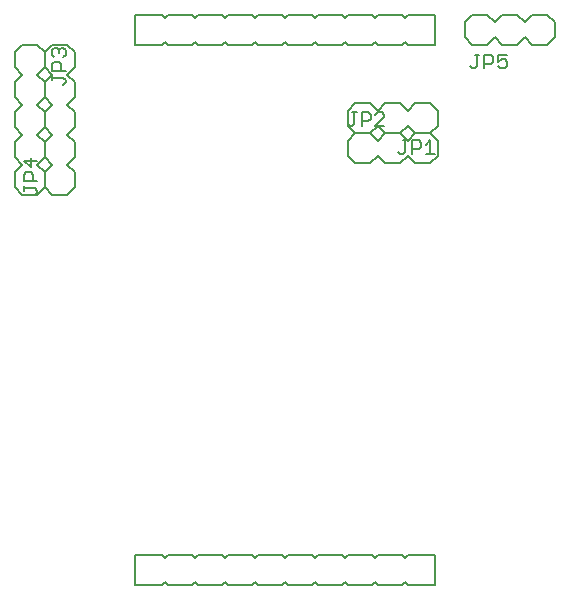
<source format=gto>
G75*
%MOIN*%
%OFA0B0*%
%FSLAX25Y25*%
%IPPOS*%
%LPD*%
%AMOC8*
5,1,8,0,0,1.08239X$1,22.5*
%
%ADD10C,0.00500*%
%ADD11C,0.00800*%
D10*
X0055000Y0010000D02*
X0064000Y0010000D01*
X0065000Y0011000D01*
X0066000Y0010000D01*
X0074000Y0010000D01*
X0075000Y0011000D01*
X0076000Y0010000D01*
X0084000Y0010000D01*
X0085000Y0011000D01*
X0086000Y0010000D01*
X0094000Y0010000D01*
X0095000Y0011000D01*
X0096000Y0010000D01*
X0104000Y0010000D01*
X0105000Y0011000D01*
X0106000Y0010000D01*
X0114000Y0010000D01*
X0115000Y0011000D01*
X0116000Y0010000D01*
X0124000Y0010000D01*
X0125000Y0011000D01*
X0126000Y0010000D01*
X0134000Y0010000D01*
X0135000Y0011000D01*
X0136000Y0010000D01*
X0144000Y0010000D01*
X0145000Y0011000D01*
X0146000Y0010000D01*
X0155000Y0010000D01*
X0155000Y0020000D01*
X0146000Y0020000D01*
X0145000Y0019000D01*
X0144000Y0020000D01*
X0136000Y0020000D01*
X0135000Y0019000D01*
X0134000Y0020000D01*
X0126000Y0020000D01*
X0125000Y0019000D01*
X0124000Y0020000D01*
X0116000Y0020000D01*
X0115000Y0019000D01*
X0114000Y0020000D01*
X0106000Y0020000D01*
X0105000Y0019000D01*
X0104000Y0020000D01*
X0096000Y0020000D01*
X0095000Y0019000D01*
X0094000Y0020000D01*
X0086000Y0020000D01*
X0085000Y0019000D01*
X0084000Y0020000D01*
X0076000Y0020000D01*
X0075000Y0019000D01*
X0074000Y0020000D01*
X0066000Y0020000D01*
X0065000Y0019000D01*
X0064000Y0020000D01*
X0055000Y0020000D01*
X0055000Y0010000D01*
X0021799Y0139950D02*
X0022550Y0140701D01*
X0022550Y0141451D01*
X0021799Y0142202D01*
X0018046Y0142202D01*
X0018046Y0141451D02*
X0018046Y0142953D01*
X0018046Y0144554D02*
X0018046Y0146806D01*
X0018797Y0147556D01*
X0020298Y0147556D01*
X0021049Y0146806D01*
X0021049Y0144554D01*
X0022550Y0144554D02*
X0018046Y0144554D01*
X0020298Y0149158D02*
X0020298Y0152160D01*
X0018046Y0151410D02*
X0020298Y0149158D01*
X0022550Y0151410D02*
X0018046Y0151410D01*
X0031199Y0176738D02*
X0031950Y0177489D01*
X0031950Y0178239D01*
X0031199Y0178990D01*
X0027446Y0178990D01*
X0027446Y0178239D02*
X0027446Y0179741D01*
X0027446Y0181342D02*
X0027446Y0183594D01*
X0028197Y0184345D01*
X0029698Y0184345D01*
X0030449Y0183594D01*
X0030449Y0181342D01*
X0031950Y0181342D02*
X0027446Y0181342D01*
X0028197Y0185946D02*
X0027446Y0186697D01*
X0027446Y0188198D01*
X0028197Y0188949D01*
X0028947Y0188949D01*
X0029698Y0188198D01*
X0030449Y0188949D01*
X0031199Y0188949D01*
X0031950Y0188198D01*
X0031950Y0186697D01*
X0031199Y0185946D01*
X0029698Y0187447D02*
X0029698Y0188198D01*
X0055000Y0190000D02*
X0064000Y0190000D01*
X0065000Y0191000D01*
X0066000Y0190000D01*
X0074000Y0190000D01*
X0075000Y0191000D01*
X0076000Y0190000D01*
X0084000Y0190000D01*
X0085000Y0191000D01*
X0086000Y0190000D01*
X0094000Y0190000D01*
X0095000Y0191000D01*
X0096000Y0190000D01*
X0104000Y0190000D01*
X0105000Y0191000D01*
X0106000Y0190000D01*
X0114000Y0190000D01*
X0115000Y0191000D01*
X0116000Y0190000D01*
X0124000Y0190000D01*
X0125000Y0191000D01*
X0126000Y0190000D01*
X0134000Y0190000D01*
X0135000Y0191000D01*
X0136000Y0190000D01*
X0144000Y0190000D01*
X0145000Y0191000D01*
X0146000Y0190000D01*
X0155000Y0190000D01*
X0155000Y0200000D01*
X0146000Y0200000D01*
X0145000Y0199000D01*
X0144000Y0200000D01*
X0136000Y0200000D01*
X0135000Y0199000D01*
X0134000Y0200000D01*
X0126000Y0200000D01*
X0125000Y0199000D01*
X0124000Y0200000D01*
X0116000Y0200000D01*
X0115000Y0199000D01*
X0114000Y0200000D01*
X0106000Y0200000D01*
X0105000Y0199000D01*
X0104000Y0200000D01*
X0096000Y0200000D01*
X0095000Y0199000D01*
X0094000Y0200000D01*
X0086000Y0200000D01*
X0085000Y0199000D01*
X0084000Y0200000D01*
X0076000Y0200000D01*
X0075000Y0199000D01*
X0074000Y0200000D01*
X0066000Y0200000D01*
X0065000Y0199000D01*
X0064000Y0200000D01*
X0055000Y0200000D01*
X0055000Y0190000D01*
X0125987Y0163769D02*
X0126738Y0163019D01*
X0127488Y0163019D01*
X0128239Y0163769D01*
X0128239Y0167522D01*
X0127488Y0167522D02*
X0128990Y0167522D01*
X0130591Y0167522D02*
X0132843Y0167522D01*
X0133593Y0166772D01*
X0133593Y0165270D01*
X0132843Y0164520D01*
X0130591Y0164520D01*
X0130591Y0163019D02*
X0130591Y0167522D01*
X0135195Y0166772D02*
X0135945Y0167522D01*
X0137447Y0167522D01*
X0138197Y0166772D01*
X0138197Y0166021D01*
X0135195Y0163019D01*
X0138197Y0163019D01*
X0144302Y0158185D02*
X0145804Y0158185D01*
X0145053Y0158185D02*
X0145053Y0154432D01*
X0144302Y0153681D01*
X0143552Y0153681D01*
X0142801Y0154432D01*
X0147405Y0153681D02*
X0147405Y0158185D01*
X0149657Y0158185D01*
X0150408Y0157435D01*
X0150408Y0155933D01*
X0149657Y0155183D01*
X0147405Y0155183D01*
X0152009Y0156684D02*
X0153510Y0158185D01*
X0153510Y0153681D01*
X0152009Y0153681D02*
X0155012Y0153681D01*
X0167561Y0182170D02*
X0166810Y0182921D01*
X0167561Y0182170D02*
X0168311Y0182170D01*
X0169062Y0182921D01*
X0169062Y0186674D01*
X0168311Y0186674D02*
X0169813Y0186674D01*
X0171414Y0186674D02*
X0173666Y0186674D01*
X0174416Y0185923D01*
X0174416Y0184422D01*
X0173666Y0183671D01*
X0171414Y0183671D01*
X0171414Y0182170D02*
X0171414Y0186674D01*
X0176018Y0186674D02*
X0176018Y0184422D01*
X0177519Y0185173D01*
X0178270Y0185173D01*
X0179020Y0184422D01*
X0179020Y0182921D01*
X0178270Y0182170D01*
X0176768Y0182170D01*
X0176018Y0182921D01*
X0176018Y0186674D02*
X0179020Y0186674D01*
D11*
X0177500Y0190000D02*
X0175000Y0192500D01*
X0172500Y0190000D01*
X0167500Y0190000D01*
X0165000Y0192500D01*
X0165000Y0197500D01*
X0167500Y0200000D01*
X0172500Y0200000D01*
X0175000Y0197500D01*
X0177500Y0200000D01*
X0182500Y0200000D01*
X0185000Y0197500D01*
X0187500Y0200000D01*
X0192500Y0200000D01*
X0195000Y0197500D01*
X0195000Y0192500D01*
X0192500Y0190000D01*
X0187500Y0190000D01*
X0185000Y0192500D01*
X0182500Y0190000D01*
X0177500Y0190000D01*
X0156063Y0168131D02*
X0153563Y0170631D01*
X0148563Y0170631D01*
X0146063Y0168131D01*
X0143563Y0170631D01*
X0138563Y0170631D01*
X0136063Y0168131D01*
X0133563Y0170631D01*
X0128563Y0170631D01*
X0126063Y0168131D01*
X0126063Y0163131D01*
X0128563Y0160631D01*
X0133563Y0160631D01*
X0136063Y0163131D01*
X0138563Y0160631D01*
X0143563Y0160631D01*
X0146063Y0163131D01*
X0148563Y0160631D01*
X0153563Y0160631D01*
X0156063Y0163131D01*
X0156063Y0168131D01*
X0153537Y0160569D02*
X0148537Y0160569D01*
X0146037Y0158069D01*
X0143537Y0160569D01*
X0138537Y0160569D01*
X0136037Y0158069D01*
X0133537Y0160569D01*
X0128537Y0160569D01*
X0126037Y0158069D01*
X0126037Y0153069D01*
X0128537Y0150569D01*
X0133537Y0150569D01*
X0136037Y0153069D01*
X0138537Y0150569D01*
X0143537Y0150569D01*
X0146037Y0153069D01*
X0148537Y0150569D01*
X0153537Y0150569D01*
X0156037Y0153069D01*
X0156037Y0158069D01*
X0153537Y0160569D01*
X0035000Y0162500D02*
X0032500Y0160000D01*
X0035000Y0157500D01*
X0035000Y0152500D01*
X0032500Y0150000D01*
X0035000Y0147500D01*
X0035000Y0142500D01*
X0032500Y0140000D01*
X0027500Y0140000D01*
X0025000Y0142500D01*
X0025000Y0147500D01*
X0027500Y0150000D01*
X0025000Y0152500D01*
X0025000Y0157500D01*
X0027500Y0160000D01*
X0025000Y0162500D01*
X0025000Y0167500D01*
X0027500Y0170000D01*
X0025000Y0172500D01*
X0025000Y0177500D01*
X0027500Y0180000D01*
X0025000Y0182500D01*
X0025000Y0187500D01*
X0027500Y0190000D01*
X0032500Y0190000D01*
X0035000Y0187500D01*
X0035000Y0182500D01*
X0032500Y0180000D01*
X0035000Y0177500D01*
X0035000Y0172500D01*
X0032500Y0170000D01*
X0035000Y0167500D01*
X0035000Y0162500D01*
X0025000Y0162500D02*
X0022500Y0160000D01*
X0025000Y0157500D01*
X0025000Y0152500D01*
X0022500Y0150000D01*
X0025000Y0147500D01*
X0025000Y0142500D01*
X0022500Y0140000D01*
X0017500Y0140000D01*
X0015000Y0142500D01*
X0015000Y0147500D01*
X0017500Y0150000D01*
X0015000Y0152500D01*
X0015000Y0157500D01*
X0017500Y0160000D01*
X0015000Y0162500D01*
X0015000Y0167500D01*
X0017500Y0170000D01*
X0015000Y0172500D01*
X0015000Y0177500D01*
X0017500Y0180000D01*
X0015000Y0182500D01*
X0015000Y0187500D01*
X0017500Y0190000D01*
X0022500Y0190000D01*
X0025000Y0187500D01*
X0025000Y0182500D01*
X0022500Y0180000D01*
X0025000Y0177500D01*
X0025000Y0172500D01*
X0022500Y0170000D01*
X0025000Y0167500D01*
X0025000Y0162500D01*
M02*

</source>
